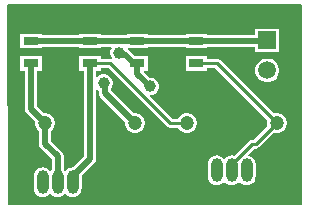
<source format=gtl>
G04*
G04 #@! TF.GenerationSoftware,Altium Limited,Altium Designer,25.7.1 (20)*
G04*
G04 Layer_Physical_Order=1*
G04 Layer_Color=255*
%FSLAX44Y44*%
%MOMM*%
G71*
G04*
G04 #@! TF.SameCoordinates,AA1C907F-305A-4820-A902-865C04B99442*
G04*
G04*
G04 #@! TF.FilePolarity,Positive*
G04*
G01*
G75*
%ADD10R,1.3000X0.7000*%
%ADD11C,0.2540*%
%ADD12C,0.5000*%
%ADD13O,1.0000X2.0000*%
%ADD14O,1.0000X2.0000*%
%ADD15C,1.5000*%
%ADD16C,1.2000*%
%ADD17R,1.5000X1.5000*%
%ADD18C,1.0000*%
G36*
X249250Y170000D02*
Y170000D01*
X249750Y169207D01*
Y1057D01*
X248826Y674D01*
X248750Y750D01*
X500D01*
X1Y169707D01*
X792Y170500D01*
X248471D01*
X249250Y170000D01*
D02*
G37*
%LPC*%
G36*
X230040Y150040D02*
X209960D01*
Y144639D01*
X169041D01*
Y145540D01*
X150961D01*
Y144639D01*
X119041D01*
Y145540D01*
X100961D01*
Y144639D01*
X79040D01*
Y145540D01*
X60961D01*
Y144639D01*
X29041D01*
Y145540D01*
X10961D01*
Y133460D01*
X29041D01*
Y134362D01*
X60961D01*
Y133460D01*
X79040D01*
Y134362D01*
X87719D01*
X88296Y133362D01*
X87724Y132371D01*
X87210Y130453D01*
Y128468D01*
X87724Y126550D01*
X88560Y125101D01*
X88112Y124312D01*
X87979Y124197D01*
X87035Y124385D01*
X79040D01*
Y126540D01*
X60961D01*
Y114460D01*
X64862D01*
Y41729D01*
X55698Y32566D01*
X55400Y32605D01*
X53432Y32346D01*
X51597Y31586D01*
X50022Y30378D01*
X49550Y29762D01*
X48550D01*
X48078Y30378D01*
X47839Y30561D01*
Y41829D01*
X47448Y43796D01*
X46334Y45463D01*
X37039Y54758D01*
Y63106D01*
X37144Y63166D01*
X38734Y64756D01*
X39858Y66704D01*
X40440Y68876D01*
Y71124D01*
X39858Y73296D01*
X38734Y75244D01*
X37144Y76834D01*
X35196Y77958D01*
X33024Y78540D01*
X30776D01*
X30659Y78509D01*
X25139Y84028D01*
Y114460D01*
X29041D01*
Y126540D01*
X10961D01*
Y114460D01*
X14862D01*
Y81899D01*
X15253Y79933D01*
X16367Y78266D01*
X23391Y71241D01*
X23360Y71124D01*
Y68876D01*
X23942Y66704D01*
X25066Y64756D01*
X26656Y63166D01*
X26761Y63106D01*
Y52629D01*
X27152Y50663D01*
X28266Y48996D01*
X37561Y39701D01*
Y30561D01*
X37322Y30378D01*
X36850Y29762D01*
X35850D01*
X35378Y30378D01*
X33802Y31586D01*
X31968Y32346D01*
X30000Y32605D01*
X28032Y32346D01*
X26198Y31586D01*
X24622Y30378D01*
X23414Y28803D01*
X22654Y26968D01*
X22395Y25000D01*
Y15000D01*
X22654Y13032D01*
X23414Y11198D01*
X24622Y9622D01*
X26198Y8414D01*
X28032Y7654D01*
X30000Y7395D01*
X31968Y7654D01*
X33802Y8414D01*
X35378Y9622D01*
X35850Y10238D01*
X36850D01*
X37322Y9622D01*
X38898Y8414D01*
X40732Y7654D01*
X42700Y7395D01*
X44668Y7654D01*
X46502Y8414D01*
X48078Y9622D01*
X48550Y10238D01*
X49550D01*
X50022Y9622D01*
X51597Y8414D01*
X53432Y7654D01*
X55400Y7395D01*
X57368Y7654D01*
X59202Y8414D01*
X60778Y9622D01*
X61986Y11198D01*
X62746Y13032D01*
X63005Y15000D01*
Y25000D01*
X62966Y25299D01*
X73634Y35967D01*
X74748Y37634D01*
X75139Y39601D01*
Y98033D01*
X76139Y98448D01*
X76870Y97717D01*
X77318Y97458D01*
Y95643D01*
X77709Y93677D01*
X78823Y92010D01*
X99591Y71241D01*
X99560Y71124D01*
Y68876D01*
X100142Y66704D01*
X101266Y64756D01*
X102856Y63166D01*
X104804Y62042D01*
X106976Y61460D01*
X109224D01*
X111396Y62042D01*
X113344Y63166D01*
X114934Y64756D01*
X116058Y66704D01*
X116640Y68876D01*
Y71124D01*
X116058Y73296D01*
X114934Y75244D01*
X113344Y76834D01*
X111396Y77958D01*
X109224Y78540D01*
X106976D01*
X106859Y78509D01*
X87595Y97772D01*
Y99228D01*
X88526Y100840D01*
X89040Y102757D01*
Y104743D01*
X88526Y106660D01*
X87534Y108380D01*
X86130Y109783D01*
X84410Y110776D01*
X82493Y111290D01*
X80507D01*
X78590Y110776D01*
X76870Y109783D01*
X76139Y109052D01*
X75139Y109467D01*
Y114460D01*
X79040D01*
Y116616D01*
X85426D01*
X134789Y67253D01*
X136049Y66411D01*
X137535Y66115D01*
X144282D01*
X145066Y64756D01*
X146656Y63166D01*
X148604Y62042D01*
X150776Y61460D01*
X153024D01*
X155196Y62042D01*
X157144Y63166D01*
X158734Y64756D01*
X159858Y66704D01*
X160440Y68876D01*
Y71124D01*
X159858Y73296D01*
X158734Y75244D01*
X157144Y76834D01*
X155196Y77958D01*
X153024Y78540D01*
X150776D01*
X148604Y77958D01*
X146656Y76834D01*
X145066Y75244D01*
X144282Y73885D01*
X139145D01*
X120493Y92536D01*
X120876Y93460D01*
X121493D01*
X123410Y93974D01*
X125130Y94966D01*
X126533Y96370D01*
X127526Y98090D01*
X128040Y100007D01*
Y101993D01*
X127526Y103910D01*
X126533Y105630D01*
X125130Y107034D01*
X123410Y108026D01*
X121493Y108540D01*
X120227D01*
X115307Y113460D01*
X115544Y114460D01*
X119041D01*
Y126540D01*
X108228D01*
X102631Y132137D01*
X102147Y132460D01*
X102451Y133460D01*
X119041D01*
Y134362D01*
X150961D01*
Y133460D01*
X169041D01*
Y134362D01*
X209960D01*
Y129960D01*
X230040D01*
Y150040D01*
D02*
G37*
G36*
X221322Y124640D02*
X218678D01*
X216125Y123956D01*
X213835Y122634D01*
X211966Y120765D01*
X210644Y118475D01*
X209960Y115922D01*
Y113278D01*
X210644Y110725D01*
X211966Y108435D01*
X213835Y106566D01*
X216125Y105244D01*
X218678Y104560D01*
X221322D01*
X223875Y105244D01*
X226165Y106566D01*
X228034Y108435D01*
X229356Y110725D01*
X230040Y113278D01*
Y115922D01*
X229356Y118475D01*
X228034Y120765D01*
X226165Y122634D01*
X223875Y123956D01*
X221322Y124640D01*
D02*
G37*
G36*
X169041Y126540D02*
X150961D01*
Y114460D01*
X169041D01*
Y116616D01*
X175991D01*
X219966Y72640D01*
X219560Y71124D01*
Y68876D01*
X219966Y67360D01*
X208604Y55998D01*
X207113D01*
X205627Y55702D01*
X204366Y54860D01*
X191866Y42359D01*
X190000Y42605D01*
X188032Y42346D01*
X186197Y41586D01*
X184622Y40378D01*
X184150Y39762D01*
X183150D01*
X182678Y40378D01*
X181103Y41586D01*
X179268Y42346D01*
X177300Y42605D01*
X175332Y42346D01*
X173498Y41586D01*
X171922Y40378D01*
X170714Y38802D01*
X169954Y36968D01*
X169695Y35000D01*
Y25000D01*
X169954Y23032D01*
X170714Y21197D01*
X171922Y19622D01*
X173498Y18414D01*
X175332Y17654D01*
X177300Y17395D01*
X179268Y17654D01*
X181103Y18414D01*
X182678Y19622D01*
X183150Y20238D01*
X184150D01*
X184622Y19622D01*
X186197Y18414D01*
X188032Y17654D01*
X190000Y17395D01*
X191968Y17654D01*
X193803Y18414D01*
X195378Y19622D01*
X195850Y20238D01*
X196850D01*
X197322Y19622D01*
X198897Y18414D01*
X200732Y17654D01*
X202700Y17395D01*
X204668Y17654D01*
X206502Y18414D01*
X208078Y19622D01*
X209286Y21197D01*
X210046Y23032D01*
X210305Y25000D01*
Y35000D01*
X210046Y36968D01*
X209286Y38802D01*
X208078Y40378D01*
X206502Y41586D01*
X204668Y42346D01*
X204173Y42411D01*
X203852Y43358D01*
X208722Y48229D01*
X210213D01*
X211700Y48524D01*
X212960Y49366D01*
X225460Y61866D01*
X226976Y61460D01*
X229224D01*
X231396Y62042D01*
X233344Y63166D01*
X234934Y64756D01*
X236058Y66704D01*
X236640Y68876D01*
Y71124D01*
X236058Y73296D01*
X234934Y75244D01*
X233344Y76834D01*
X231396Y77958D01*
X229224Y78540D01*
X226976D01*
X225460Y78134D01*
X180347Y123247D01*
X179086Y124089D01*
X177600Y124385D01*
X169041D01*
Y126540D01*
D02*
G37*
%LPD*%
D10*
X160001Y120500D02*
D03*
X110001D02*
D03*
X160001Y139500D02*
D03*
X110001D02*
D03*
X70001D02*
D03*
Y120500D02*
D03*
X20001Y139500D02*
D03*
Y120500D02*
D03*
D11*
X190000Y30000D02*
Y35000D01*
X207113Y52113D01*
X210213D01*
X228100Y70000D01*
X177600Y120500D02*
X228100Y70000D01*
X160001Y120500D02*
X177600D01*
X137535Y70000D02*
X151900D01*
X87035Y120500D02*
X137535Y70000D01*
X70001Y120500D02*
X87035D01*
D12*
X110001Y111499D02*
X120500Y101000D01*
X107001Y120500D02*
X110001D01*
Y111499D02*
Y120500D01*
X95707Y128504D02*
X98997D01*
X107001Y120500D01*
X94750Y129460D02*
X95707Y128504D01*
X82457Y95643D02*
X108100Y70000D01*
X81500Y103750D02*
X82457Y102793D01*
Y95643D02*
Y102793D01*
X70001Y139500D02*
X110001D01*
X160001D01*
X70001Y39601D02*
Y120500D01*
X55400Y25000D02*
X70001Y39601D01*
X55400Y20000D02*
Y25000D01*
X42700Y20000D02*
Y41829D01*
X31900Y52629D02*
X42700Y41829D01*
X31900Y52629D02*
Y70000D01*
X20001Y81899D02*
X31900Y70000D01*
X20001Y81899D02*
Y120500D01*
X219500Y139500D02*
X220000Y140000D01*
X160001Y139500D02*
X219500D01*
X20001D02*
X70001D01*
D13*
X202700Y30000D02*
D03*
X177300D02*
D03*
X30000Y20000D02*
D03*
X55400D02*
D03*
D14*
X190000Y30000D02*
D03*
X42700Y20000D02*
D03*
D15*
X220000Y114600D02*
D03*
D16*
X228100Y70000D02*
D03*
X108100D02*
D03*
X31900D02*
D03*
X151900D02*
D03*
D17*
X220000Y140000D02*
D03*
D18*
X120500Y101000D02*
D03*
X94750Y129460D02*
D03*
X81500Y103750D02*
D03*
M02*

</source>
